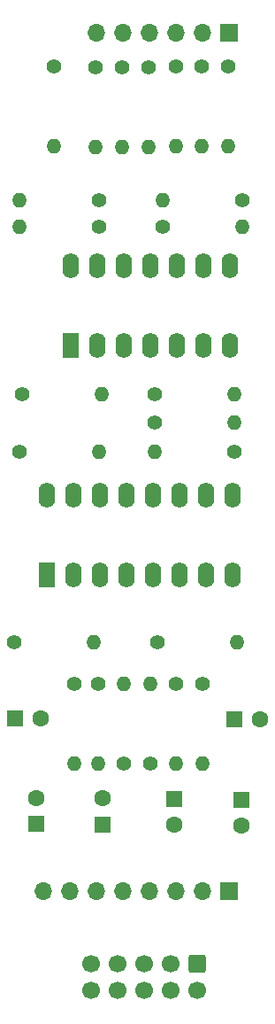
<source format=gts>
%TF.GenerationSoftware,KiCad,Pcbnew,(6.0.1)*%
%TF.CreationDate,2022-11-10T19:54:14-05:00*%
%TF.ProjectId,ER-VCA2-01,45522d56-4341-4322-9d30-312e6b696361,rev?*%
%TF.SameCoordinates,Original*%
%TF.FileFunction,Soldermask,Top*%
%TF.FilePolarity,Negative*%
%FSLAX46Y46*%
G04 Gerber Fmt 4.6, Leading zero omitted, Abs format (unit mm)*
G04 Created by KiCad (PCBNEW (6.0.1)) date 2022-11-10 19:54:14*
%MOMM*%
%LPD*%
G01*
G04 APERTURE LIST*
G04 Aperture macros list*
%AMRoundRect*
0 Rectangle with rounded corners*
0 $1 Rounding radius*
0 $2 $3 $4 $5 $6 $7 $8 $9 X,Y pos of 4 corners*
0 Add a 4 corners polygon primitive as box body*
4,1,4,$2,$3,$4,$5,$6,$7,$8,$9,$2,$3,0*
0 Add four circle primitives for the rounded corners*
1,1,$1+$1,$2,$3*
1,1,$1+$1,$4,$5*
1,1,$1+$1,$6,$7*
1,1,$1+$1,$8,$9*
0 Add four rect primitives between the rounded corners*
20,1,$1+$1,$2,$3,$4,$5,0*
20,1,$1+$1,$4,$5,$6,$7,0*
20,1,$1+$1,$6,$7,$8,$9,0*
20,1,$1+$1,$8,$9,$2,$3,0*%
G04 Aperture macros list end*
%ADD10C,1.400000*%
%ADD11O,1.400000X1.400000*%
%ADD12R,1.600000X2.400000*%
%ADD13O,1.600000X2.400000*%
%ADD14R,1.600000X1.600000*%
%ADD15C,1.600000*%
%ADD16RoundRect,0.250000X-0.600000X0.600000X-0.600000X-0.600000X0.600000X-0.600000X0.600000X0.600000X0*%
%ADD17C,1.700000*%
%ADD18R,1.700000X1.700000*%
%ADD19O,1.700000X1.700000*%
G04 APERTURE END LIST*
D10*
%TO.C,R16*%
X54559987Y-77999996D03*
D11*
X46939987Y-77999996D03*
%TD*%
D12*
%TO.C,U1*%
X38875000Y-67825000D03*
D13*
X41415000Y-67825000D03*
X43955000Y-67825000D03*
X46495000Y-67825000D03*
X49035000Y-67825000D03*
X51575000Y-67825000D03*
X54115000Y-67825000D03*
X54115000Y-60205000D03*
X51575000Y-60205000D03*
X49035000Y-60205000D03*
X46495000Y-60205000D03*
X43955000Y-60205000D03*
X41415000Y-60205000D03*
X38875000Y-60205000D03*
%TD*%
D12*
%TO.C,U2*%
X36625000Y-89825000D03*
D13*
X39165000Y-89825000D03*
X41705000Y-89825000D03*
X44245000Y-89825000D03*
X46785000Y-89825000D03*
X49325000Y-89825000D03*
X51865000Y-89825000D03*
X54405000Y-89825000D03*
X54405000Y-82205000D03*
X51865000Y-82205000D03*
X49325000Y-82205000D03*
X46785000Y-82205000D03*
X44245000Y-82205000D03*
X41705000Y-82205000D03*
X39165000Y-82205000D03*
X36625000Y-82205000D03*
%TD*%
D10*
%TO.C,R1*%
X37249989Y-41190012D03*
D11*
X37249989Y-48810012D03*
%TD*%
D10*
%TO.C,R20*%
X41499993Y-100189995D03*
D11*
X41499993Y-107809995D03*
%TD*%
D14*
%TO.C,C4*%
X41910000Y-113665000D03*
D15*
X41910000Y-111165000D03*
%TD*%
D10*
%TO.C,R6*%
X51435000Y-41190012D03*
D11*
X51435000Y-48810012D03*
%TD*%
D10*
%TO.C,R17*%
X33439989Y-96249998D03*
D11*
X41059989Y-96249998D03*
%TD*%
D10*
%TO.C,R3*%
X43815000Y-41275000D03*
D11*
X43815000Y-48895000D03*
%TD*%
D10*
%TO.C,R15*%
X33939988Y-77999996D03*
D11*
X41559988Y-77999996D03*
%TD*%
D14*
%TO.C,C2*%
X33544888Y-103500000D03*
D15*
X36044888Y-103500000D03*
%TD*%
D14*
%TO.C,C3*%
X35560000Y-113600113D03*
D15*
X35560000Y-111100113D03*
%TD*%
D10*
%TO.C,R10*%
X41559988Y-56499989D03*
D11*
X33939988Y-56499989D03*
%TD*%
D10*
%TO.C,R13*%
X46939987Y-72500007D03*
D11*
X54559987Y-72500007D03*
%TD*%
D10*
%TO.C,R22*%
X46500009Y-107809995D03*
D11*
X46500009Y-100189995D03*
%TD*%
D10*
%TO.C,R9*%
X55309999Y-53999994D03*
D11*
X47689999Y-53999994D03*
%TD*%
D10*
%TO.C,R2*%
X41275000Y-41275000D03*
D11*
X41275000Y-48895000D03*
%TD*%
D10*
%TO.C,R21*%
X43999988Y-107809995D03*
D11*
X43999988Y-100189995D03*
%TD*%
D10*
%TO.C,R12*%
X34190000Y-72500007D03*
D11*
X41810000Y-72500007D03*
%TD*%
D14*
%TO.C,C1*%
X54544888Y-103569887D03*
D15*
X57044888Y-103569887D03*
%TD*%
D10*
%TO.C,R4*%
X46355000Y-41275000D03*
D11*
X46355000Y-48895000D03*
%TD*%
D14*
%TO.C,C5*%
X48750000Y-111189888D03*
D15*
X48750000Y-113689888D03*
%TD*%
D10*
%TO.C,R11*%
X47689999Y-56499989D03*
D11*
X55309999Y-56499989D03*
%TD*%
D10*
%TO.C,R19*%
X39250010Y-100189995D03*
D11*
X39250010Y-107809995D03*
%TD*%
D10*
%TO.C,R18*%
X47190000Y-96249998D03*
D11*
X54810000Y-96249998D03*
%TD*%
D10*
%TO.C,R8*%
X41559988Y-53999994D03*
D11*
X33939988Y-53999994D03*
%TD*%
D10*
%TO.C,R24*%
X51499999Y-100189995D03*
D11*
X51499999Y-107809995D03*
%TD*%
D10*
%TO.C,R5*%
X49000004Y-41190012D03*
D11*
X49000004Y-48810012D03*
%TD*%
D14*
%TO.C,C6*%
X55250000Y-111294888D03*
D15*
X55250000Y-113794888D03*
%TD*%
D10*
%TO.C,R7*%
X53975000Y-41190012D03*
D11*
X53975000Y-48810012D03*
%TD*%
D16*
%TO.C,J2*%
X51000000Y-127000000D03*
D17*
X51000000Y-129540000D03*
X48460000Y-127000000D03*
X48460000Y-129540000D03*
X45920000Y-127000000D03*
X45920000Y-129540000D03*
X43380000Y-127000000D03*
X43380000Y-129540000D03*
X40840000Y-127000000D03*
X40840000Y-129540000D03*
%TD*%
D10*
%TO.C,R23*%
X49000004Y-100189995D03*
D11*
X49000004Y-107809995D03*
%TD*%
D10*
%TO.C,R14*%
X46939987Y-75249989D03*
D11*
X54559987Y-75249989D03*
%TD*%
D18*
%TO.C,J3*%
X54000000Y-120000000D03*
D19*
X51460000Y-120000000D03*
X48920000Y-120000000D03*
X46380000Y-120000000D03*
X43840000Y-120000000D03*
X41300000Y-120000000D03*
X38760000Y-120000000D03*
X36220000Y-120000000D03*
%TD*%
D18*
%TO.C,J1*%
X54000000Y-38000000D03*
D19*
X51460000Y-38000000D03*
X48920000Y-38000000D03*
X46380000Y-38000000D03*
X43840000Y-38000000D03*
X41300000Y-38000000D03*
%TD*%
M02*

</source>
